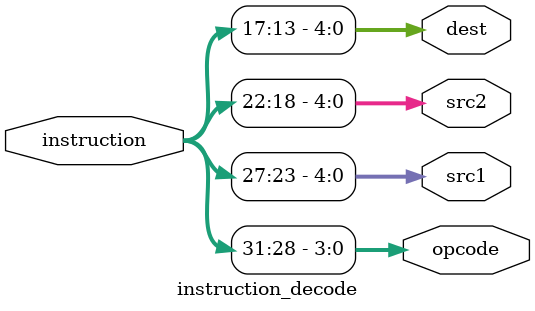
<source format=v>
module instruction_decode (
    input [31:0] instruction,
    output reg [3:0] opcode,      // 4-bit opcode (supports 16 operations)
    output reg [4:0] src1,        // Source register 1
    output reg [4:0] src2,        // Source register 2
    output reg [4:0] dest         // Destination register
);

    always @(*) begin
        opcode <= instruction[31:28];  // Extract opcode (bits 31 to 28)
        src1   <= instruction[27:23];  // Source register 1 (bits 27 to 23)
        src2   <= instruction[22:18];  // Source register 2 (bits 22 to 18)
        dest   <= instruction[17:13];  // Destination register (bits 17 to 13)
    end
endmodule


</source>
